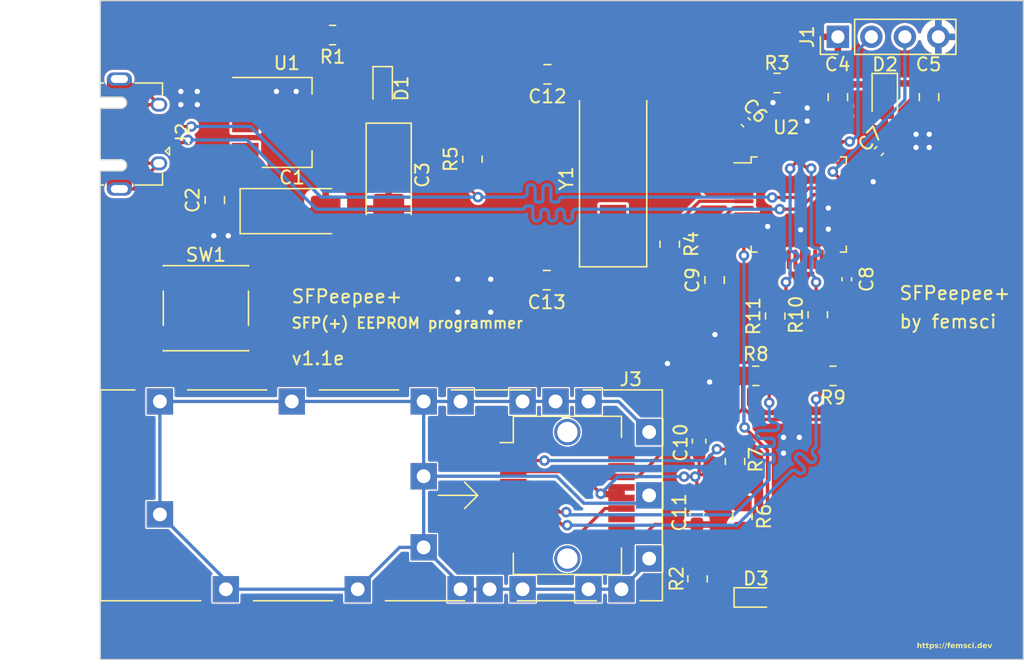
<source format=kicad_pcb>
(kicad_pcb (version 20221018) (generator pcbnew)

  (general
    (thickness 1.6)
  )

  (paper "A4")
  (title_block
    (title "Cute little SFP+ programmer")
    (date "2023-11-25")
    (rev "1.1e")
    (company "Nyanbyte P.S.A.")
    (comment 1 "by femsci")
  )

  (layers
    (0 "F.Cu" signal)
    (31 "B.Cu" signal)
    (32 "B.Adhes" user "B.Adhesive")
    (33 "F.Adhes" user "F.Adhesive")
    (34 "B.Paste" user)
    (35 "F.Paste" user)
    (36 "B.SilkS" user "B.Silkscreen")
    (37 "F.SilkS" user "F.Silkscreen")
    (38 "B.Mask" user)
    (39 "F.Mask" user)
    (40 "Dwgs.User" user "User.Drawings")
    (41 "Cmts.User" user "User.Comments")
    (42 "Eco1.User" user "User.Eco1")
    (43 "Eco2.User" user "User.Eco2")
    (44 "Edge.Cuts" user)
    (45 "Margin" user)
    (46 "B.CrtYd" user "B.Courtyard")
    (47 "F.CrtYd" user "F.Courtyard")
    (48 "B.Fab" user)
    (49 "F.Fab" user)
    (50 "User.1" user)
    (51 "User.2" user)
    (52 "User.3" user)
    (53 "User.4" user)
    (54 "User.5" user)
    (55 "User.6" user)
    (56 "User.7" user)
    (57 "User.8" user)
    (58 "User.9" user)
  )

  (setup
    (pad_to_mask_clearance 0)
    (pcbplotparams
      (layerselection 0x00010fc_ffffffff)
      (plot_on_all_layers_selection 0x0000000_00000000)
      (disableapertmacros false)
      (usegerberextensions false)
      (usegerberattributes true)
      (usegerberadvancedattributes true)
      (creategerberjobfile true)
      (dashed_line_dash_ratio 12.000000)
      (dashed_line_gap_ratio 3.000000)
      (svgprecision 4)
      (plotframeref false)
      (viasonmask false)
      (mode 1)
      (useauxorigin false)
      (hpglpennumber 1)
      (hpglpenspeed 20)
      (hpglpendiameter 15.000000)
      (dxfpolygonmode true)
      (dxfimperialunits true)
      (dxfusepcbnewfont true)
      (psnegative false)
      (psa4output false)
      (plotreference true)
      (plotvalue true)
      (plotinvisibletext false)
      (sketchpadsonfab false)
      (subtractmaskfromsilk false)
      (outputformat 1)
      (mirror false)
      (drillshape 1)
      (scaleselection 1)
      (outputdirectory "")
    )
  )

  (net 0 "")
  (net 1 "/SDA")
  (net 2 "/SCL")
  (net 3 "GND")
  (net 4 "+3.3V")
  (net 5 "VBUS")
  (net 6 "Net-(U2-NRST)")
  (net 7 "Net-(U2-PD0)")
  (net 8 "Net-(C13-Pad1)")
  (net 9 "Net-(D1-K)")
  (net 10 "Net-(D3-K)")
  (net 11 "Net-(D3-A)")
  (net 12 "/SWCLK")
  (net 13 "/SWDIO")
  (net 14 "/USB_D-")
  (net 15 "unconnected-(J3-TD--Pad19)")
  (net 16 "unconnected-(J3-TD+-Pad18)")
  (net 17 "unconnected-(J3-RD+-Pad13)")
  (net 18 "unconnected-(J3-RD--Pad12)")
  (net 19 "unconnected-(J3-RS1-Pad9)")
  (net 20 "unconnected-(J3-RX_LOS-Pad8)")
  (net 21 "unconnected-(J3-RS0-Pad7)")
  (net 22 "Net-(J3-TX_FAULT)")
  (net 23 "Net-(U2-BOOT0)")
  (net 24 "Net-(U2-PD1)")
  (net 25 "/USB_D+")
  (net 26 "Net-(U2-PB6)")
  (net 27 "Net-(U2-PB7)")
  (net 28 "unconnected-(U2-VBAT-Pad1)")
  (net 29 "unconnected-(U2-PC13-Pad2)")
  (net 30 "unconnected-(U2-PC14-Pad3)")
  (net 31 "unconnected-(U2-PC15-Pad4)")
  (net 32 "unconnected-(U2-VDDA-Pad9)")
  (net 33 "unconnected-(U2-PA0-Pad10)")
  (net 34 "unconnected-(U2-PA1-Pad11)")
  (net 35 "unconnected-(U2-PA3-Pad13)")
  (net 36 "unconnected-(U2-PA4-Pad14)")
  (net 37 "unconnected-(U2-PA5-Pad15)")
  (net 38 "unconnected-(U2-PA6-Pad16)")
  (net 39 "unconnected-(U2-PA7-Pad17)")
  (net 40 "unconnected-(U2-PB0-Pad18)")
  (net 41 "unconnected-(U2-PB1-Pad19)")
  (net 42 "unconnected-(U2-PB2-Pad20)")
  (net 43 "unconnected-(U2-PB10-Pad21)")
  (net 44 "unconnected-(U2-PB11-Pad22)")
  (net 45 "unconnected-(U2-PB12-Pad25)")
  (net 46 "unconnected-(U2-PB13-Pad26)")
  (net 47 "unconnected-(U2-PB14-Pad27)")
  (net 48 "unconnected-(U2-PB15-Pad28)")
  (net 49 "unconnected-(U2-PA8-Pad29)")
  (net 50 "unconnected-(U2-PA9-Pad30)")
  (net 51 "unconnected-(U2-PA10-Pad31)")
  (net 52 "unconnected-(U2-PA15-Pad38)")
  (net 53 "unconnected-(U2-PB3-Pad39)")
  (net 54 "unconnected-(U2-PB4-Pad40)")
  (net 55 "unconnected-(U2-PB5-Pad41)")
  (net 56 "unconnected-(U2-PB8-Pad45)")
  (net 57 "unconnected-(U2-PB9-Pad46)")
  (net 58 "unconnected-(J2-ID-Pad4)")
  (net 59 "unconnected-(J2-Shield-Pad6)")
  (net 60 "unconnected-(J3-PadCAGE)")

  (footprint "femsci:femsci_logo" (layer "F.Cu") (at 167.5 122.5329))

  (footprint "Package_QFP:LQFP-48_7x7mm_P0.5mm" (layer "F.Cu") (at 159.8292 97.5901))

  (footprint "Resistor_SMD:R_0805_2012Metric_Pad1.20x1.40mm_HandSolder" (layer "F.Cu") (at 124.4867 84.7338 180))

  (footprint "Resistor_SMD:R_0805_2012Metric_Pad1.20x1.40mm_HandSolder" (layer "F.Cu") (at 155.562 121.2723 -90))

  (footprint "Capacitor_SMD:C_0805_2012Metric_Pad1.18x1.45mm_HandSolder" (layer "F.Cu") (at 162.801 89.4406 -90))

  (footprint "Fiducial:Fiducial_0.5mm_Mask1mm" (layer "F.Cu")
    (tstamp 14ea980c-2a12-47ff-a045-82e6010ba4f2)
    (at 155.6636 93.0689)
    (descr "Circular Fiducial, 0.5mm bare copper, 1mm soldermask opening (Level C)")
    (tags "fiducial")
    (attr smd)
    (fp_text reference "REF**" (at 0 -1.5) (layer "F.SilkS") hide
        (effects (font (size 1 1) (thickness 0.15)))
      (tstamp dec1612e-ae79-4b7e-a1bc-496318e67555)
    )
    (fp_text value "Fiducial_0.5mm_Mask1mm" (at 0 1.5) (layer "F.Fab")
        (effects (font (size 1 1) (thickness 0.15)))
      (tstamp 9c5ba83d-58a8-44db-8e31-5f9a3f5f3ff3)
    )
    (fp_text user "${REFERENCE}" (at 0 0) (layer "F.Fab") hide
        (effects (font (size 0.2 0.2) (thickness 0.04)))
      (tstamp 18d736a6-b776-4c36-ada2-451fdd6353f8)
    )
    (fp_circle (center 0 0) (end 0.75 0)
      (stroke (width 0.05) (type solid)) (fill none) (layer "F.CrtYd") (tstamp 5d9827e7-c5ee-404f-a391-ad51d3d6dc5e))
    (fp_circle (center 0 0) (end 0.5 0)
      (stroke (width 0.1) (type solid)) (fill none) (layer "F.Fab") (tstamp 462c337d-f0f8-49a2-9c5f-53411476a032))
    (pad "" smd circle (at 0 0) (size 0.5 0.5) (layers "F.Cu" "F.Mask")
      (solder_mask_margin 0.25) (clearance 0.25) (tstamp dc163
... [797612 chars truncated]
</source>
